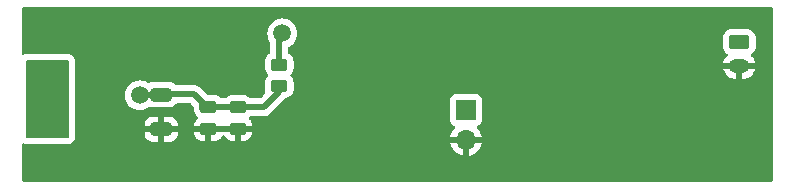
<source format=gbl>
G04 #@! TF.GenerationSoftware,KiCad,Pcbnew,(6.0.4)*
G04 #@! TF.CreationDate,2022-04-05T13:55:54+02:00*
G04 #@! TF.ProjectId,Sonda_w_cz,536f6e64-615f-4775-9f63-7a2e6b696361,rev?*
G04 #@! TF.SameCoordinates,Original*
G04 #@! TF.FileFunction,Copper,L2,Bot*
G04 #@! TF.FilePolarity,Positive*
%FSLAX46Y46*%
G04 Gerber Fmt 4.6, Leading zero omitted, Abs format (unit mm)*
G04 Created by KiCad (PCBNEW (6.0.4)) date 2022-04-05 13:55:54*
%MOMM*%
%LPD*%
G01*
G04 APERTURE LIST*
G04 Aperture macros list*
%AMRoundRect*
0 Rectangle with rounded corners*
0 $1 Rounding radius*
0 $2 $3 $4 $5 $6 $7 $8 $9 X,Y pos of 4 corners*
0 Add a 4 corners polygon primitive as box body*
4,1,4,$2,$3,$4,$5,$6,$7,$8,$9,$2,$3,0*
0 Add four circle primitives for the rounded corners*
1,1,$1+$1,$2,$3*
1,1,$1+$1,$4,$5*
1,1,$1+$1,$6,$7*
1,1,$1+$1,$8,$9*
0 Add four rect primitives between the rounded corners*
20,1,$1+$1,$2,$3,$4,$5,0*
20,1,$1+$1,$4,$5,$6,$7,0*
20,1,$1+$1,$6,$7,$8,$9,0*
20,1,$1+$1,$8,$9,$2,$3,0*%
G04 Aperture macros list end*
G04 #@! TA.AperFunction,NonConductor*
%ADD10C,0.200000*%
G04 #@! TD*
G04 #@! TA.AperFunction,ComponentPad*
%ADD11R,1.700000X1.700000*%
G04 #@! TD*
G04 #@! TA.AperFunction,ComponentPad*
%ADD12O,1.700000X1.700000*%
G04 #@! TD*
G04 #@! TA.AperFunction,ComponentPad*
%ADD13RoundRect,0.250000X-0.625000X0.350000X-0.625000X-0.350000X0.625000X-0.350000X0.625000X0.350000X0*%
G04 #@! TD*
G04 #@! TA.AperFunction,ComponentPad*
%ADD14O,1.750000X1.200000*%
G04 #@! TD*
G04 #@! TA.AperFunction,SMDPad,CuDef*
%ADD15R,3.000000X3.000000*%
G04 #@! TD*
G04 #@! TA.AperFunction,SMDPad,CuDef*
%ADD16RoundRect,0.250000X0.450000X-0.262500X0.450000X0.262500X-0.450000X0.262500X-0.450000X-0.262500X0*%
G04 #@! TD*
G04 #@! TA.AperFunction,SMDPad,CuDef*
%ADD17RoundRect,0.250000X-0.475000X0.250000X-0.475000X-0.250000X0.475000X-0.250000X0.475000X0.250000X0*%
G04 #@! TD*
G04 #@! TA.AperFunction,SMDPad,CuDef*
%ADD18RoundRect,0.250000X-0.650000X0.325000X-0.650000X-0.325000X0.650000X-0.325000X0.650000X0.325000X0*%
G04 #@! TD*
G04 #@! TA.AperFunction,ViaPad*
%ADD19C,1.800000*%
G04 #@! TD*
G04 #@! TA.AperFunction,ViaPad*
%ADD20C,1.500000*%
G04 #@! TD*
G04 #@! TA.AperFunction,Conductor*
%ADD21C,0.500000*%
G04 #@! TD*
G04 APERTURE END LIST*
D10*
G36*
X60300000Y-103100000D02*
G01*
X56800000Y-103100000D01*
X56800000Y-96700000D01*
X60300000Y-96700000D01*
X60300000Y-103100000D01*
G37*
X60300000Y-103100000D02*
X56800000Y-103100000D01*
X56800000Y-96700000D01*
X60300000Y-96700000D01*
X60300000Y-103100000D01*
D11*
G04 #@! TO.P,J2,1,Pin_1*
G04 #@! TO.N,Net-(C16-Pad2)*
X94000000Y-100825000D03*
D12*
G04 #@! TO.P,J2,2,Pin_2*
G04 #@! TO.N,GND*
X94000000Y-103365000D03*
G04 #@! TD*
D13*
G04 #@! TO.P,J1,1,Pin_1*
G04 #@! TO.N,+12V*
X117150000Y-95100000D03*
D14*
G04 #@! TO.P,J1,2,Pin_2*
G04 #@! TO.N,GND*
X117150000Y-97100000D03*
G04 #@! TD*
D15*
G04 #@! TO.P,TP1,1,1*
G04 #@! TO.N,Net-(Q1-Pad3)*
X58600000Y-99900000D03*
G04 #@! TD*
D16*
G04 #@! TO.P,R3,1*
G04 #@! TO.N,Net-(C13-Pad1)*
X78200000Y-98812500D03*
G04 #@! TO.P,R3,2*
G04 #@! TO.N,+8V*
X78200000Y-96987500D03*
G04 #@! TD*
G04 #@! TO.P,R6,1*
G04 #@! TO.N,GND*
X74700000Y-102412500D03*
G04 #@! TO.P,R6,2*
G04 #@! TO.N,Net-(C13-Pad1)*
X74700000Y-100587500D03*
G04 #@! TD*
D17*
G04 #@! TO.P,C9,1*
G04 #@! TO.N,Net-(C13-Pad1)*
X72200000Y-100550000D03*
G04 #@! TO.P,C9,2*
G04 #@! TO.N,GND*
X72200000Y-102450000D03*
G04 #@! TD*
D18*
G04 #@! TO.P,C13,1*
G04 #@! TO.N,Net-(C13-Pad1)*
X68200000Y-99525000D03*
G04 #@! TO.P,C13,2*
G04 #@! TO.N,GND*
X68200000Y-102475000D03*
G04 #@! TD*
D19*
G04 #@! TO.N,GND*
X65900000Y-105600000D03*
X63200000Y-105600000D03*
X73300000Y-105600000D03*
X68400000Y-105600000D03*
X70900000Y-105600000D03*
D20*
G04 #@! TO.N,+8V*
X78450000Y-94350000D03*
G04 #@! TO.N,Net-(C13-Pad1)*
X66400000Y-99600000D03*
G04 #@! TD*
D21*
G04 #@! TO.N,+8V*
X78200000Y-94600000D02*
X78450000Y-94350000D01*
X78200000Y-96987500D02*
X78200000Y-94600000D01*
G04 #@! TO.N,Net-(C13-Pad1)*
X76900000Y-100600000D02*
X74712500Y-100600000D01*
X78200000Y-99300000D02*
X76900000Y-100600000D01*
X72050000Y-100550000D02*
X71000000Y-99500000D01*
X72237500Y-100587500D02*
X72200000Y-100550000D01*
X66400000Y-99600000D02*
X68125000Y-99600000D01*
X74712500Y-100600000D02*
X74700000Y-100587500D01*
X68225000Y-99500000D02*
X68200000Y-99525000D01*
X78200000Y-98812500D02*
X78200000Y-99300000D01*
X68125000Y-99600000D02*
X68200000Y-99525000D01*
X72200000Y-100550000D02*
X72050000Y-100550000D01*
X71000000Y-99500000D02*
X68225000Y-99500000D01*
X74700000Y-100587500D02*
X72237500Y-100587500D01*
G04 #@! TD*
G04 #@! TA.AperFunction,Conductor*
G04 #@! TO.N,GND*
G36*
X119933621Y-92128502D02*
G01*
X119980114Y-92182158D01*
X119991500Y-92234500D01*
X119991500Y-106765500D01*
X119971498Y-106833621D01*
X119917842Y-106880114D01*
X119865500Y-106891500D01*
X56534500Y-106891500D01*
X56466379Y-106871498D01*
X56419886Y-106817842D01*
X56408500Y-106765500D01*
X56408500Y-103785044D01*
X56428502Y-103716923D01*
X56482158Y-103670430D01*
X56552432Y-103660326D01*
X56582718Y-103668635D01*
X56633520Y-103689678D01*
X56633523Y-103689679D01*
X56641150Y-103692838D01*
X56800000Y-103713751D01*
X56808188Y-103712673D01*
X56831697Y-103709578D01*
X56848143Y-103708500D01*
X60251857Y-103708500D01*
X60268303Y-103709578D01*
X60300000Y-103713751D01*
X60308188Y-103712673D01*
X60339885Y-103708500D01*
X60450662Y-103693916D01*
X60458850Y-103692838D01*
X60603394Y-103632966D01*
X92668257Y-103632966D01*
X92698565Y-103767446D01*
X92701645Y-103777275D01*
X92781770Y-103974603D01*
X92786413Y-103983794D01*
X92897694Y-104165388D01*
X92903777Y-104173699D01*
X93043213Y-104334667D01*
X93050580Y-104341883D01*
X93214434Y-104477916D01*
X93222881Y-104483831D01*
X93406756Y-104591279D01*
X93416042Y-104595729D01*
X93615001Y-104671703D01*
X93624899Y-104674579D01*
X93728250Y-104695606D01*
X93742299Y-104694410D01*
X93746000Y-104684065D01*
X93746000Y-104683517D01*
X94254000Y-104683517D01*
X94258064Y-104697359D01*
X94271478Y-104699393D01*
X94278184Y-104698534D01*
X94288262Y-104696392D01*
X94492255Y-104635191D01*
X94501842Y-104631433D01*
X94693095Y-104537739D01*
X94701945Y-104532464D01*
X94875328Y-104408792D01*
X94883200Y-104402139D01*
X95034052Y-104251812D01*
X95040730Y-104243965D01*
X95165003Y-104071020D01*
X95170313Y-104062183D01*
X95264670Y-103871267D01*
X95268469Y-103861672D01*
X95330377Y-103657910D01*
X95332555Y-103647837D01*
X95333986Y-103636962D01*
X95331775Y-103622778D01*
X95318617Y-103619000D01*
X94272115Y-103619000D01*
X94256876Y-103623475D01*
X94255671Y-103624865D01*
X94254000Y-103632548D01*
X94254000Y-104683517D01*
X93746000Y-104683517D01*
X93746000Y-103637115D01*
X93741525Y-103621876D01*
X93740135Y-103620671D01*
X93732452Y-103619000D01*
X92683225Y-103619000D01*
X92669694Y-103622973D01*
X92668257Y-103632966D01*
X60603394Y-103632966D01*
X60606875Y-103631524D01*
X60670431Y-103582755D01*
X60727434Y-103539016D01*
X60727437Y-103539013D01*
X60733987Y-103533987D01*
X60769859Y-103487239D01*
X60826498Y-103413426D01*
X60831524Y-103406876D01*
X60836873Y-103393963D01*
X60889678Y-103266480D01*
X60889679Y-103266477D01*
X60892838Y-103258850D01*
X60913751Y-103100000D01*
X60909578Y-103068303D01*
X60908500Y-103051857D01*
X60908500Y-102847095D01*
X66792001Y-102847095D01*
X66792338Y-102853614D01*
X66802257Y-102949206D01*
X66805149Y-102962600D01*
X66856588Y-103116784D01*
X66862761Y-103129962D01*
X66948063Y-103267807D01*
X66957099Y-103279208D01*
X67071829Y-103393739D01*
X67083240Y-103402751D01*
X67221243Y-103487816D01*
X67234424Y-103493963D01*
X67388710Y-103545138D01*
X67402086Y-103548005D01*
X67496438Y-103557672D01*
X67502854Y-103558000D01*
X67927885Y-103558000D01*
X67943124Y-103553525D01*
X67944329Y-103552135D01*
X67946000Y-103544452D01*
X67946000Y-103539884D01*
X68454000Y-103539884D01*
X68458475Y-103555123D01*
X68459865Y-103556328D01*
X68467548Y-103557999D01*
X68897095Y-103557999D01*
X68903614Y-103557662D01*
X68999206Y-103547743D01*
X69012600Y-103544851D01*
X69166784Y-103493412D01*
X69179962Y-103487239D01*
X69317807Y-103401937D01*
X69329208Y-103392901D01*
X69443739Y-103278171D01*
X69452751Y-103266760D01*
X69537816Y-103128757D01*
X69543963Y-103115576D01*
X69595138Y-102961290D01*
X69598005Y-102947914D01*
X69607672Y-102853562D01*
X69608000Y-102847146D01*
X69608000Y-102747115D01*
X69607994Y-102747095D01*
X70967001Y-102747095D01*
X70967338Y-102753614D01*
X70977257Y-102849206D01*
X70980149Y-102862600D01*
X71031588Y-103016784D01*
X71037761Y-103029962D01*
X71123063Y-103167807D01*
X71132099Y-103179208D01*
X71246829Y-103293739D01*
X71258240Y-103302751D01*
X71396243Y-103387816D01*
X71409424Y-103393963D01*
X71563710Y-103445138D01*
X71577086Y-103448005D01*
X71671438Y-103457672D01*
X71677854Y-103458000D01*
X71927885Y-103458000D01*
X71943124Y-103453525D01*
X71944329Y-103452135D01*
X71946000Y-103444452D01*
X71946000Y-103439884D01*
X72454000Y-103439884D01*
X72458475Y-103455123D01*
X72459865Y-103456328D01*
X72467548Y-103457999D01*
X72722095Y-103457999D01*
X72728614Y-103457662D01*
X72824206Y-103447743D01*
X72837600Y-103444851D01*
X72991784Y-103393412D01*
X73004962Y-103387239D01*
X73142807Y-103301937D01*
X73154208Y-103292901D01*
X73268739Y-103178171D01*
X73277751Y-103166760D01*
X73362891Y-103028636D01*
X73415663Y-102981143D01*
X73485734Y-102969719D01*
X73550858Y-102997993D01*
X73577295Y-103028448D01*
X73648066Y-103142810D01*
X73657099Y-103154208D01*
X73771829Y-103268739D01*
X73783240Y-103277751D01*
X73921243Y-103362816D01*
X73934424Y-103368963D01*
X74088710Y-103420138D01*
X74102086Y-103423005D01*
X74196438Y-103432672D01*
X74202854Y-103433000D01*
X74427885Y-103433000D01*
X74443124Y-103428525D01*
X74444329Y-103427135D01*
X74446000Y-103419452D01*
X74446000Y-103414884D01*
X74954000Y-103414884D01*
X74958475Y-103430123D01*
X74959865Y-103431328D01*
X74967548Y-103432999D01*
X75197095Y-103432999D01*
X75203614Y-103432662D01*
X75299206Y-103422743D01*
X75312600Y-103419851D01*
X75466784Y-103368412D01*
X75479962Y-103362239D01*
X75617807Y-103276937D01*
X75629208Y-103267901D01*
X75743739Y-103153171D01*
X75752751Y-103141760D01*
X75837816Y-103003757D01*
X75843963Y-102990576D01*
X75895138Y-102836290D01*
X75898005Y-102822914D01*
X75907672Y-102728562D01*
X75908000Y-102722146D01*
X75908000Y-102684615D01*
X75903525Y-102669376D01*
X75902135Y-102668171D01*
X75894452Y-102666500D01*
X74972115Y-102666500D01*
X74956876Y-102670975D01*
X74955671Y-102672365D01*
X74954000Y-102680048D01*
X74954000Y-103414884D01*
X74446000Y-103414884D01*
X74446000Y-102684615D01*
X74441525Y-102669376D01*
X74440135Y-102668171D01*
X74432452Y-102666500D01*
X73510116Y-102666500D01*
X73481594Y-102674875D01*
X73444217Y-102698896D01*
X73408718Y-102704000D01*
X72472115Y-102704000D01*
X72456876Y-102708475D01*
X72455671Y-102709865D01*
X72454000Y-102717548D01*
X72454000Y-103439884D01*
X71946000Y-103439884D01*
X71946000Y-102722115D01*
X71941525Y-102706876D01*
X71940135Y-102705671D01*
X71932452Y-102704000D01*
X70985116Y-102704000D01*
X70969877Y-102708475D01*
X70968672Y-102709865D01*
X70967001Y-102717548D01*
X70967001Y-102747095D01*
X69607994Y-102747095D01*
X69603525Y-102731876D01*
X69602135Y-102730671D01*
X69594452Y-102729000D01*
X68472115Y-102729000D01*
X68456876Y-102733475D01*
X68455671Y-102734865D01*
X68454000Y-102742548D01*
X68454000Y-103539884D01*
X67946000Y-103539884D01*
X67946000Y-102747115D01*
X67941525Y-102731876D01*
X67940135Y-102730671D01*
X67932452Y-102729000D01*
X66810116Y-102729000D01*
X66794877Y-102733475D01*
X66793672Y-102734865D01*
X66792001Y-102742548D01*
X66792001Y-102847095D01*
X60908500Y-102847095D01*
X60908500Y-102202885D01*
X66792000Y-102202885D01*
X66796475Y-102218124D01*
X66797865Y-102219329D01*
X66805548Y-102221000D01*
X67927885Y-102221000D01*
X67943124Y-102216525D01*
X67944329Y-102215135D01*
X67946000Y-102207452D01*
X67946000Y-102202885D01*
X68454000Y-102202885D01*
X68458475Y-102218124D01*
X68459865Y-102219329D01*
X68467548Y-102221000D01*
X69589884Y-102221000D01*
X69605123Y-102216525D01*
X69606328Y-102215135D01*
X69607999Y-102207452D01*
X69607999Y-102102905D01*
X69607662Y-102096386D01*
X69597743Y-102000794D01*
X69594851Y-101987400D01*
X69543412Y-101833216D01*
X69537239Y-101820038D01*
X69451937Y-101682193D01*
X69442901Y-101670792D01*
X69328171Y-101556261D01*
X69316760Y-101547249D01*
X69178757Y-101462184D01*
X69165576Y-101456037D01*
X69011290Y-101404862D01*
X68997914Y-101401995D01*
X68903562Y-101392328D01*
X68897145Y-101392000D01*
X68472115Y-101392000D01*
X68456876Y-101396475D01*
X68455671Y-101397865D01*
X68454000Y-101405548D01*
X68454000Y-102202885D01*
X67946000Y-102202885D01*
X67946000Y-101410116D01*
X67941525Y-101394877D01*
X67940135Y-101393672D01*
X67932452Y-101392001D01*
X67502905Y-101392001D01*
X67496386Y-101392338D01*
X67400794Y-101402257D01*
X67387400Y-101405149D01*
X67233216Y-101456588D01*
X67220038Y-101462761D01*
X67082193Y-101548063D01*
X67070792Y-101557099D01*
X66956261Y-101671829D01*
X66947249Y-101683240D01*
X66862184Y-101821243D01*
X66856037Y-101834424D01*
X66804862Y-101988710D01*
X66801995Y-102002086D01*
X66792328Y-102096438D01*
X66792000Y-102102855D01*
X66792000Y-102202885D01*
X60908500Y-102202885D01*
X60908500Y-99600000D01*
X65136693Y-99600000D01*
X65155885Y-99819371D01*
X65212880Y-100032076D01*
X65215205Y-100037061D01*
X65303618Y-100226666D01*
X65303621Y-100226671D01*
X65305944Y-100231653D01*
X65309100Y-100236160D01*
X65309101Y-100236162D01*
X65362468Y-100312377D01*
X65432251Y-100412038D01*
X65587962Y-100567749D01*
X65592471Y-100570906D01*
X65592473Y-100570908D01*
X65631876Y-100598498D01*
X65768346Y-100694056D01*
X65967924Y-100787120D01*
X66180629Y-100844115D01*
X66400000Y-100863307D01*
X66619371Y-100844115D01*
X66832076Y-100787120D01*
X67031654Y-100694056D01*
X67189919Y-100583237D01*
X67257193Y-100560549D01*
X67301857Y-100566857D01*
X67388611Y-100595632D01*
X67388613Y-100595632D01*
X67395139Y-100597797D01*
X67401975Y-100598497D01*
X67401978Y-100598498D01*
X67445031Y-100602909D01*
X67499600Y-100608500D01*
X68900400Y-100608500D01*
X68903646Y-100608163D01*
X68903650Y-100608163D01*
X68999308Y-100598238D01*
X68999312Y-100598237D01*
X69006166Y-100597526D01*
X69012702Y-100595345D01*
X69012704Y-100595345D01*
X69166998Y-100543868D01*
X69173946Y-100541550D01*
X69324348Y-100448478D01*
X69449305Y-100323303D01*
X69453146Y-100317072D01*
X69457683Y-100311327D01*
X69459013Y-100312377D01*
X69505107Y-100270892D01*
X69559597Y-100258500D01*
X70633629Y-100258500D01*
X70701750Y-100278502D01*
X70722724Y-100295405D01*
X70929595Y-100502276D01*
X70963621Y-100564588D01*
X70966500Y-100591371D01*
X70966500Y-100850400D01*
X70977474Y-100956166D01*
X71033450Y-101123946D01*
X71126522Y-101274348D01*
X71251697Y-101399305D01*
X71256235Y-101402102D01*
X71296824Y-101459353D01*
X71300054Y-101530276D01*
X71264428Y-101591687D01*
X71255932Y-101599062D01*
X71245793Y-101607098D01*
X71131261Y-101721829D01*
X71122249Y-101733240D01*
X71037184Y-101871243D01*
X71031037Y-101884424D01*
X70979862Y-102038710D01*
X70976995Y-102052086D01*
X70967328Y-102146438D01*
X70967000Y-102152855D01*
X70967000Y-102177885D01*
X70971475Y-102193124D01*
X70972865Y-102194329D01*
X70980548Y-102196000D01*
X73414884Y-102196000D01*
X73443406Y-102187625D01*
X73480783Y-102163604D01*
X73516282Y-102158500D01*
X75889884Y-102158500D01*
X75905123Y-102154025D01*
X75906328Y-102152635D01*
X75907999Y-102144952D01*
X75907999Y-102102905D01*
X75907662Y-102096386D01*
X75897743Y-102000794D01*
X75894851Y-101987400D01*
X75843412Y-101833216D01*
X75837239Y-101820038D01*
X75777272Y-101723134D01*
X92641500Y-101723134D01*
X92648255Y-101785316D01*
X92699385Y-101921705D01*
X92786739Y-102038261D01*
X92903295Y-102125615D01*
X92911704Y-102128767D01*
X92911705Y-102128768D01*
X93020960Y-102169726D01*
X93077725Y-102212367D01*
X93102425Y-102278929D01*
X93087218Y-102348278D01*
X93067825Y-102374759D01*
X92944590Y-102503717D01*
X92938104Y-102511727D01*
X92818098Y-102687649D01*
X92813000Y-102696623D01*
X92723338Y-102889783D01*
X92719775Y-102899470D01*
X92664389Y-103099183D01*
X92665912Y-103107607D01*
X92678292Y-103111000D01*
X95318344Y-103111000D01*
X95331875Y-103107027D01*
X95333180Y-103097947D01*
X95291214Y-102930875D01*
X95287894Y-102921124D01*
X95202972Y-102725814D01*
X95198105Y-102716739D01*
X95082426Y-102537926D01*
X95076136Y-102529757D01*
X94932293Y-102371677D01*
X94901241Y-102307831D01*
X94909635Y-102237333D01*
X94954812Y-102182564D01*
X94981256Y-102168895D01*
X95088297Y-102128767D01*
X95096705Y-102125615D01*
X95213261Y-102038261D01*
X95300615Y-101921705D01*
X95351745Y-101785316D01*
X95358500Y-101723134D01*
X95358500Y-99926866D01*
X95351745Y-99864684D01*
X95300615Y-99728295D01*
X95213261Y-99611739D01*
X95096705Y-99524385D01*
X94960316Y-99473255D01*
X94898134Y-99466500D01*
X93101866Y-99466500D01*
X93039684Y-99473255D01*
X92903295Y-99524385D01*
X92786739Y-99611739D01*
X92699385Y-99728295D01*
X92648255Y-99864684D01*
X92641500Y-99926866D01*
X92641500Y-101723134D01*
X75777272Y-101723134D01*
X75751937Y-101682193D01*
X75742901Y-101670792D01*
X75661538Y-101589570D01*
X75627459Y-101527287D01*
X75632462Y-101456467D01*
X75661382Y-101411380D01*
X75677251Y-101395483D01*
X75739533Y-101361403D01*
X75766425Y-101358500D01*
X76832930Y-101358500D01*
X76851880Y-101359933D01*
X76866115Y-101362099D01*
X76866119Y-101362099D01*
X76873349Y-101363199D01*
X76880641Y-101362606D01*
X76880644Y-101362606D01*
X76926018Y-101358915D01*
X76936233Y-101358500D01*
X76944293Y-101358500D01*
X76957583Y-101356951D01*
X76972507Y-101355211D01*
X76976882Y-101354778D01*
X77042339Y-101349454D01*
X77042342Y-101349453D01*
X77049637Y-101348860D01*
X77056601Y-101346604D01*
X77062560Y-101345413D01*
X77068415Y-101344029D01*
X77075681Y-101343182D01*
X77144327Y-101318265D01*
X77148455Y-101316848D01*
X77210936Y-101296607D01*
X77210938Y-101296606D01*
X77217899Y-101294351D01*
X77224154Y-101290555D01*
X77229628Y-101288049D01*
X77235058Y-101285330D01*
X77241937Y-101282833D01*
X77302976Y-101242814D01*
X77306680Y-101240477D01*
X77369107Y-101202595D01*
X77377484Y-101195197D01*
X77377508Y-101195224D01*
X77380500Y-101192571D01*
X77383733Y-101189868D01*
X77389852Y-101185856D01*
X77443128Y-101129617D01*
X77445506Y-101127175D01*
X78688911Y-99883770D01*
X78703323Y-99871384D01*
X78714923Y-99862847D01*
X78714927Y-99862843D01*
X78720818Y-99858508D01*
X78722807Y-99856166D01*
X78784710Y-99825117D01*
X78794176Y-99823770D01*
X78806166Y-99822526D01*
X78973946Y-99766550D01*
X79124348Y-99673478D01*
X79249305Y-99548303D01*
X79253296Y-99541828D01*
X79338275Y-99403968D01*
X79338276Y-99403966D01*
X79342115Y-99397738D01*
X79397797Y-99229861D01*
X79408500Y-99125400D01*
X79408500Y-98499600D01*
X79403807Y-98454368D01*
X79398238Y-98400692D01*
X79398237Y-98400688D01*
X79397526Y-98393834D01*
X79384706Y-98355406D01*
X79343868Y-98233002D01*
X79341550Y-98226054D01*
X79248478Y-98075652D01*
X79161891Y-97989216D01*
X79127812Y-97926934D01*
X79132815Y-97856114D01*
X79161736Y-97811025D01*
X79244134Y-97728483D01*
X79249305Y-97723303D01*
X79342115Y-97572738D01*
X79397797Y-97404861D01*
X79401635Y-97367399D01*
X115799712Y-97367399D01*
X115821194Y-97456537D01*
X115825083Y-97467832D01*
X115907629Y-97649382D01*
X115913576Y-97659724D01*
X116028968Y-97822397D01*
X116036761Y-97831425D01*
X116180831Y-97969342D01*
X116190196Y-97976738D01*
X116357741Y-98084921D01*
X116368345Y-98090417D01*
X116553312Y-98164961D01*
X116564770Y-98168355D01*
X116761928Y-98206857D01*
X116770791Y-98207934D01*
X116773500Y-98208000D01*
X116877885Y-98208000D01*
X116893124Y-98203525D01*
X116894329Y-98202135D01*
X116896000Y-98194452D01*
X116896000Y-98189885D01*
X117404000Y-98189885D01*
X117408475Y-98205124D01*
X117409865Y-98206329D01*
X117417548Y-98208000D01*
X117474832Y-98208000D01*
X117480808Y-98207715D01*
X117629494Y-98193529D01*
X117641228Y-98191270D01*
X117832599Y-98135128D01*
X117843675Y-98130698D01*
X118020978Y-98039381D01*
X118031024Y-98032931D01*
X118187857Y-97909738D01*
X118196506Y-97901501D01*
X118327212Y-97750877D01*
X118334147Y-97741153D01*
X118434010Y-97568533D01*
X118438984Y-97557669D01*
X118504407Y-97369273D01*
X118504648Y-97368284D01*
X118503180Y-97357992D01*
X118489615Y-97354000D01*
X117422115Y-97354000D01*
X117406876Y-97358475D01*
X117405671Y-97359865D01*
X117404000Y-97367548D01*
X117404000Y-98189885D01*
X116896000Y-98189885D01*
X116896000Y-97372115D01*
X116891525Y-97356876D01*
X116890135Y-97355671D01*
X116882452Y-97354000D01*
X115814598Y-97354000D01*
X115801067Y-97357973D01*
X115799712Y-97367399D01*
X79401635Y-97367399D01*
X79408500Y-97300400D01*
X79408500Y-96674600D01*
X79397526Y-96568834D01*
X79341550Y-96401054D01*
X79248478Y-96250652D01*
X79123303Y-96125695D01*
X79098364Y-96110322D01*
X79054529Y-96083302D01*
X79018383Y-96061021D01*
X78970891Y-96008250D01*
X78958500Y-95953762D01*
X78958500Y-95581754D01*
X78978502Y-95513633D01*
X78993652Y-95500400D01*
X115766500Y-95500400D01*
X115777474Y-95606166D01*
X115833450Y-95773946D01*
X115926522Y-95924348D01*
X116051697Y-96049305D01*
X116057929Y-96053147D01*
X116057931Y-96053148D01*
X116103690Y-96081355D01*
X116151183Y-96134127D01*
X116162605Y-96204199D01*
X116134331Y-96269323D01*
X116115403Y-96287702D01*
X116112144Y-96290262D01*
X116103494Y-96298499D01*
X115972788Y-96449123D01*
X115965853Y-96458847D01*
X115865990Y-96631467D01*
X115861016Y-96642331D01*
X115795593Y-96830727D01*
X115795352Y-96831716D01*
X115796820Y-96842008D01*
X115810385Y-96846000D01*
X118485402Y-96846000D01*
X118498933Y-96842027D01*
X118500288Y-96832601D01*
X118478806Y-96743463D01*
X118474917Y-96732168D01*
X118392371Y-96550618D01*
X118386424Y-96540276D01*
X118271032Y-96377603D01*
X118263239Y-96368575D01*
X118172243Y-96281465D01*
X118136867Y-96219910D01*
X118140386Y-96149000D01*
X118181683Y-96091250D01*
X118193053Y-96083315D01*
X118249348Y-96048478D01*
X118374305Y-95923303D01*
X118467115Y-95772738D01*
X118522797Y-95604861D01*
X118533500Y-95500400D01*
X118533500Y-94699600D01*
X118522526Y-94593834D01*
X118514365Y-94569371D01*
X118468868Y-94433002D01*
X118466550Y-94426054D01*
X118373478Y-94275652D01*
X118248303Y-94150695D01*
X118242072Y-94146854D01*
X118103968Y-94061725D01*
X118103966Y-94061724D01*
X118097738Y-94057885D01*
X117937254Y-94004655D01*
X117936389Y-94004368D01*
X117936387Y-94004368D01*
X117929861Y-94002203D01*
X117923025Y-94001503D01*
X117923022Y-94001502D01*
X117879969Y-93997091D01*
X117825400Y-93991500D01*
X116474600Y-93991500D01*
X116471354Y-93991837D01*
X116471350Y-93991837D01*
X116375692Y-94001762D01*
X116375688Y-94001763D01*
X116368834Y-94002474D01*
X116362298Y-94004655D01*
X116362296Y-94004655D01*
X116230194Y-94048728D01*
X116201054Y-94058450D01*
X116050652Y-94151522D01*
X115925695Y-94276697D01*
X115832885Y-94427262D01*
X115830581Y-94434209D01*
X115783989Y-94574681D01*
X115777203Y-94595139D01*
X115766500Y-94699600D01*
X115766500Y-95500400D01*
X78993652Y-95500400D01*
X79031251Y-95467559D01*
X79076670Y-95446380D01*
X79081654Y-95444056D01*
X79086152Y-95440907D01*
X79086158Y-95440903D01*
X79257527Y-95320908D01*
X79257529Y-95320906D01*
X79262038Y-95317749D01*
X79417749Y-95162038D01*
X79544056Y-94981653D01*
X79546379Y-94976671D01*
X79546382Y-94976666D01*
X79634795Y-94787061D01*
X79637120Y-94782076D01*
X79694115Y-94569371D01*
X79713307Y-94350000D01*
X79694115Y-94130629D01*
X79637120Y-93917924D01*
X79593585Y-93824562D01*
X79546382Y-93723334D01*
X79546379Y-93723329D01*
X79544056Y-93718347D01*
X79417749Y-93537962D01*
X79262038Y-93382251D01*
X79081654Y-93255944D01*
X78882076Y-93162880D01*
X78669371Y-93105885D01*
X78450000Y-93086693D01*
X78230629Y-93105885D01*
X78017924Y-93162880D01*
X77924562Y-93206415D01*
X77823334Y-93253618D01*
X77823329Y-93253621D01*
X77818347Y-93255944D01*
X77813840Y-93259100D01*
X77813838Y-93259101D01*
X77642473Y-93379092D01*
X77642470Y-93379094D01*
X77637962Y-93382251D01*
X77482251Y-93537962D01*
X77355944Y-93718347D01*
X77353621Y-93723329D01*
X77353618Y-93723334D01*
X77306415Y-93824562D01*
X77262880Y-93917924D01*
X77205885Y-94130629D01*
X77186693Y-94350000D01*
X77205885Y-94569371D01*
X77262880Y-94782076D01*
X77265205Y-94787061D01*
X77353619Y-94976666D01*
X77355944Y-94981653D01*
X77402484Y-95048120D01*
X77418713Y-95071297D01*
X77441500Y-95143567D01*
X77441500Y-95953689D01*
X77421498Y-96021810D01*
X77381804Y-96060833D01*
X77275652Y-96126522D01*
X77150695Y-96251697D01*
X77057885Y-96402262D01*
X77055581Y-96409209D01*
X77014349Y-96533521D01*
X77002203Y-96570139D01*
X76991500Y-96674600D01*
X76991500Y-97300400D01*
X76991837Y-97303646D01*
X76991837Y-97303650D01*
X76998452Y-97367399D01*
X77002474Y-97406166D01*
X77058450Y-97573946D01*
X77151522Y-97724348D01*
X77156704Y-97729521D01*
X77238109Y-97810784D01*
X77272188Y-97873066D01*
X77267185Y-97943886D01*
X77238264Y-97988975D01*
X77194385Y-98032931D01*
X77150695Y-98076697D01*
X77146855Y-98082927D01*
X77146854Y-98082928D01*
X77073374Y-98202135D01*
X77057885Y-98227262D01*
X77055581Y-98234209D01*
X77021589Y-98336693D01*
X77002203Y-98395139D01*
X76991500Y-98499600D01*
X76991500Y-99125400D01*
X77002474Y-99231166D01*
X77004655Y-99237702D01*
X77004655Y-99237704D01*
X77026274Y-99302503D01*
X77028858Y-99373452D01*
X76995845Y-99431475D01*
X76808400Y-99618919D01*
X76622723Y-99804596D01*
X76560411Y-99838621D01*
X76533628Y-99841500D01*
X75791437Y-99841500D01*
X75723316Y-99821498D01*
X75702419Y-99804673D01*
X75628483Y-99730866D01*
X75623303Y-99725695D01*
X75582746Y-99700695D01*
X75478968Y-99636725D01*
X75478966Y-99636724D01*
X75472738Y-99632885D01*
X75312254Y-99579655D01*
X75311389Y-99579368D01*
X75311387Y-99579368D01*
X75304861Y-99577203D01*
X75298025Y-99576503D01*
X75298022Y-99576502D01*
X75254969Y-99572091D01*
X75200400Y-99566500D01*
X74199600Y-99566500D01*
X74196354Y-99566837D01*
X74196350Y-99566837D01*
X74100692Y-99576762D01*
X74100688Y-99576763D01*
X74093834Y-99577474D01*
X74087298Y-99579655D01*
X74087296Y-99579655D01*
X73955194Y-99623728D01*
X73926054Y-99633450D01*
X73775652Y-99726522D01*
X73770479Y-99731704D01*
X73710270Y-99792018D01*
X73647987Y-99826097D01*
X73621097Y-99829000D01*
X73328959Y-99829000D01*
X73260838Y-99808998D01*
X73239941Y-99792173D01*
X73153484Y-99705866D01*
X73153479Y-99705862D01*
X73148303Y-99700695D01*
X73142072Y-99696854D01*
X73003968Y-99611725D01*
X73003966Y-99611724D01*
X72997738Y-99607885D01*
X72903121Y-99576502D01*
X72836389Y-99554368D01*
X72836387Y-99554368D01*
X72829861Y-99552203D01*
X72823025Y-99551503D01*
X72823022Y-99551502D01*
X72779969Y-99547091D01*
X72725400Y-99541500D01*
X72166371Y-99541500D01*
X72098250Y-99521498D01*
X72077276Y-99504595D01*
X71583770Y-99011089D01*
X71571384Y-98996677D01*
X71562851Y-98985082D01*
X71562846Y-98985077D01*
X71558508Y-98979182D01*
X71552930Y-98974443D01*
X71552927Y-98974440D01*
X71518232Y-98944965D01*
X71510716Y-98938035D01*
X71505021Y-98932340D01*
X71498880Y-98927482D01*
X71482749Y-98914719D01*
X71479345Y-98911928D01*
X71429297Y-98869409D01*
X71429295Y-98869408D01*
X71423715Y-98864667D01*
X71417199Y-98861339D01*
X71412150Y-98857972D01*
X71407021Y-98854805D01*
X71401284Y-98850266D01*
X71335125Y-98819345D01*
X71331225Y-98817439D01*
X71266192Y-98784231D01*
X71259084Y-98782492D01*
X71253441Y-98780393D01*
X71247678Y-98778476D01*
X71241050Y-98775378D01*
X71169583Y-98760513D01*
X71165299Y-98759543D01*
X71094390Y-98742192D01*
X71088788Y-98741844D01*
X71088785Y-98741844D01*
X71083236Y-98741500D01*
X71083238Y-98741464D01*
X71079245Y-98741225D01*
X71075053Y-98740851D01*
X71067885Y-98739360D01*
X71001675Y-98741151D01*
X70990479Y-98741454D01*
X70987072Y-98741500D01*
X69516480Y-98741500D01*
X69448359Y-98721498D01*
X69427462Y-98704673D01*
X69351750Y-98629092D01*
X69323303Y-98600695D01*
X69275348Y-98571135D01*
X69178968Y-98511725D01*
X69178966Y-98511724D01*
X69172738Y-98507885D01*
X69012254Y-98454655D01*
X69011389Y-98454368D01*
X69011387Y-98454368D01*
X69004861Y-98452203D01*
X68998025Y-98451503D01*
X68998022Y-98451502D01*
X68954969Y-98447091D01*
X68900400Y-98441500D01*
X67499600Y-98441500D01*
X67496354Y-98441837D01*
X67496350Y-98441837D01*
X67400692Y-98451762D01*
X67400688Y-98451763D01*
X67393834Y-98452474D01*
X67387298Y-98454655D01*
X67387296Y-98454655D01*
X67262322Y-98496350D01*
X67226054Y-98508450D01*
X67219822Y-98512307D01*
X67219821Y-98512307D01*
X67195336Y-98527458D01*
X67126884Y-98546295D01*
X67056765Y-98523527D01*
X67031654Y-98505944D01*
X66832076Y-98412880D01*
X66619371Y-98355885D01*
X66400000Y-98336693D01*
X66180629Y-98355885D01*
X65967924Y-98412880D01*
X65885099Y-98451502D01*
X65773334Y-98503618D01*
X65773329Y-98503621D01*
X65768347Y-98505944D01*
X65763840Y-98509100D01*
X65763838Y-98509101D01*
X65592473Y-98629092D01*
X65592470Y-98629094D01*
X65587962Y-98632251D01*
X65432251Y-98787962D01*
X65429094Y-98792470D01*
X65429092Y-98792473D01*
X65324633Y-98941656D01*
X65305944Y-98968347D01*
X65303621Y-98973329D01*
X65303618Y-98973334D01*
X65289158Y-99004345D01*
X65212880Y-99167924D01*
X65155885Y-99380629D01*
X65136693Y-99600000D01*
X60908500Y-99600000D01*
X60908500Y-96748143D01*
X60909578Y-96731697D01*
X60912673Y-96708188D01*
X60913751Y-96700000D01*
X60895622Y-96562296D01*
X60893916Y-96549338D01*
X60892838Y-96541150D01*
X60831524Y-96393125D01*
X60745844Y-96281465D01*
X60739016Y-96272566D01*
X60739013Y-96272563D01*
X60733987Y-96266013D01*
X60723451Y-96257928D01*
X60713968Y-96250652D01*
X60713967Y-96250651D01*
X60613426Y-96173502D01*
X60606876Y-96168476D01*
X60599250Y-96165317D01*
X60599248Y-96165316D01*
X60466480Y-96110322D01*
X60466477Y-96110321D01*
X60458850Y-96107162D01*
X60300000Y-96086249D01*
X60291812Y-96087327D01*
X60268303Y-96090422D01*
X60251857Y-96091500D01*
X56848143Y-96091500D01*
X56831697Y-96090422D01*
X56808188Y-96087327D01*
X56800000Y-96086249D01*
X56760115Y-96091500D01*
X56641150Y-96107162D01*
X56633523Y-96110321D01*
X56633520Y-96110322D01*
X56582718Y-96131365D01*
X56512128Y-96138954D01*
X56448641Y-96107174D01*
X56412414Y-96046116D01*
X56408500Y-96014956D01*
X56408500Y-92234500D01*
X56428502Y-92166379D01*
X56482158Y-92119886D01*
X56534500Y-92108500D01*
X119865500Y-92108500D01*
X119933621Y-92128502D01*
G37*
G04 #@! TD.AperFunction*
G04 #@! TD*
M02*

</source>
